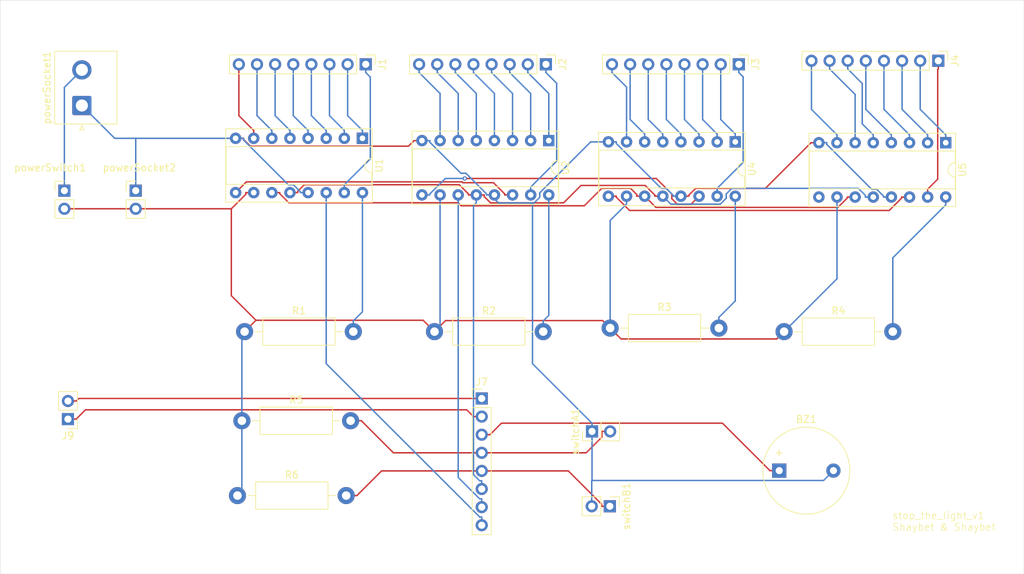
<source format=kicad_pcb>
(kicad_pcb (version 20240108) (generator "pcbnew") (generator_version "8.0")
  (layers (0 "F.Cu" signal) (31 "B.Cu" signal) (34 "B.Paste" user) (35 "F.Paste" user) (36 "B.SilkS" user "B.Silkscreen") (37 "F.SilkS" user "F.Silkscreen") (38 "B.Mask" user) (39 "F.Mask" user) (44 "Edge.Cuts" user))
  (net 0 "")
  (net 1 "Net-(BZ1-+)")
  (net 2 "GND")
  (net 3 "Net-(J1-Pin_8)")
  (net 4 "Net-(J1-Pin_7)")
  (net 5 "Net-(J1-Pin_2)")
  (net 6 "Net-(J1-Pin_1)")
  (net 7 "Net-(J1-Pin_3)")
  (net 8 "Net-(J1-Pin_5)")
  (net 9 "Net-(J1-Pin_4)")
  (net 10 "Net-(J1-Pin_6)")
  (net 11 "Net-(J2-Pin_5)")
  (net 12 "Net-(J2-Pin_2)")
  (net 13 "Net-(J2-Pin_1)")
  (net 14 "Net-(J2-Pin_3)")
  (net 15 "Net-(J2-Pin_4)")
  (net 16 "Net-(J2-Pin_6)")
  (net 17 "Net-(J2-Pin_8)")
  (net 18 "Net-(J2-Pin_7)")
  (net 19 "Net-(J3-Pin_7)")
  (net 20 "Net-(J3-Pin_5)")
  (net 21 "Net-(J3-Pin_3)")
  (net 22 "Net-(J3-Pin_2)")
  (net 23 "Net-(J3-Pin_1)")
  (net 24 "Net-(J3-Pin_8)")
  (net 25 "Net-(J3-Pin_4)")
  (net 26 "Net-(J3-Pin_6)")
  (net 27 "Net-(J4-Pin_6)")
  (net 28 "Net-(J4-Pin_2)")
  (net 29 "Net-(J4-Pin_5)")
  (net 30 "Net-(J4-Pin_7)")
  (net 31 "Net-(J4-Pin_8)")
  (net 32 "Net-(J4-Pin_1)")
  (net 33 "Net-(J4-Pin_4)")
  (net 34 "Net-(J4-Pin_3)")
  (net 35 "Net-(J7-Pin_4)")
  (net 36 "Net-(J7-Pin_1)")
  (net 37 "Net-(J7-Pin_2)")
  (net 38 "Net-(J7-Pin_8)")
  (net 39 "Net-(J7-Pin_6)")
  (net 40 "Net-(J7-Pin_7)")
  (net 41 "Net-(powerSocket1-Pin_2)")
  (net 42 "+5V")
  (net 43 "Net-(U1-VCC)")
  (net 44 "Net-(U2-VCC)")
  (net 45 "Net-(U4-VCC)")
  (net 46 "Net-(U5-VCC)")
  (net 47 "Net-(U1-QH')")
  (net 48 "Net-(U2-QH')")
  (net 49 "Net-(U4-QH')")
  (net 51 "Net-(J7-Pin_5)")
  (footprint "Resistor_THT:R_Axial_DIN0411_L9.9mm_D3.6mm_P15.24mm_Horizontal" (layer "F.Cu") (at 121.5 112)
    (property "Reference" "R3" (at 7.62 -2.92 0) (layer "F.SilkS"))
    (property "Value" "330R")
    (pad "1" thru_hole circle (at 0 0) (size 2.4 2.4) (drill 1.2) (layers "*.Cu" "*.Mask") (net 42 "+5V"))
    (pad "2" thru_hole oval (at 15.24 0) (size 2.4 2.4) (drill 1.2) (layers "*.Cu" "*.Mask") (net 45 "Net-(U4-VCC)"))
  )
  (footprint "Connector_PinHeader_2.54mm:PinHeader_1x02_P2.54mm_Vertical" (layer "F.Cu") (at 45.5 124.775 180)
    (property "Reference" "J9" (at 0 -2.33 0) (layer "F.SilkS"))
    (property "Value" "Conn_01x02")
    (pad "1" thru_hole rect (at 0 0 180) (size 1.7 1.7) (drill 1) (layers "*.Cu" "*.Mask") (net 37 "Net-(J7-Pin_2)"))
    (pad "2" thru_hole oval (at 0 2.54 180) (size 1.7 1.7) (drill 1) (layers "*.Cu" "*.Mask") (net 36 "Net-(J7-Pin_1)"))
  )
  (footprint "Connector_PinHeader_2.54mm:PinHeader_1x02_P2.54mm_Vertical" (layer "F.Cu") (at 118.96 126.5 90)
    (property "Reference" "switchA1" (at 0 -2.33 90) (layer "F.SilkS"))
    (property "Value" "Conn_01x02")
    (pad "1" thru_hole rect (at 0 0 90) (size 1.7 1.7) (drill 1) (layers "*.Cu" "*.Mask") (net 2 "GND"))
    (pad "2" thru_hole oval (at 0 2.54 90) (size 1.7 1.7) (drill 1) (layers "*.Cu" "*.Mask") (net 35 "Net-(J7-Pin_4)"))
  )
  (footprint "Package_DIP:DIP-16_W7.62mm_Socket" (layer "F.Cu") (at 168.54 86 -90)
    (property "Reference" "U5" (at 3.81 -2.33 90) (layer "F.SilkS"))
    (property "Value" "74HC595")
    (pad "1" thru_hole rect (at 0 0 270) (size 1.6 1.6) (drill 0.8) (layers "*.Cu" "*.Mask") (net 28 "Net-(J4-Pin_2)"))
    (pad "2" thru_hole oval (at 0 2.54 270) (size 1.6 1.6) (drill 0.8) (layers "*.Cu" "*.Mask") (net 34 "Net-(J4-Pin_3)"))
    (pad "3" thru_hole oval (at 0 5.08 270) (size 1.6 1.6) (drill 0.8) (layers "*.Cu" "*.Mask") (net 33 "Net-(J4-Pin_4)"))
    (pad "4" thru_hole oval (at 0 7.62 270) (size 1.6 1.6) (drill 0.8) (layers "*.Cu" "*.Mask") (net 29 "Net-(J4-Pin_5)"))
    (pad "5" thru_hole oval (at 0 10.16 270) (size 1.6 1.6) (drill 0.8) (layers "*.Cu" "*.Mask") (net 27 "Net-(J4-Pin_6)"))
    (pad "6" thru_hole oval (at 0 12.7 270) (size 1.6 1.6) (drill 0.8) (layers "*.Cu" "*.Mask") (net 30 "Net-(J4-Pin_7)"))
    (pad "7" thru_hole oval (at 0 15.24 270) (size 1.6 1.6) (drill 0.8) (layers "*.Cu" "*.Mask") (net 31 "Net-(J4-Pin_8)"))
    (pad "8" thru_hole oval (at 0 17.78 270) (size 1.6 1.6) (drill 0.8) (layers "*.Cu" "*.Mask") (net 2 "GND"))
    (pad "9" thru_hole oval (at 7.62 17.78 270) (size 1.6 1.6) (drill 0.8) (layers "*.Cu" "*.Mask"))
    (pad "10" thru_hole oval (at 7.62 15.24 270) (size 1.6 1.6) (drill 0.8) (layers "*.Cu" "*.Mask") (net 42 "+5V"))
    (pad "11" thru_hole oval (at 7.62 12.7 270) (size 1.6 1.6) (drill 0.8) (layers "*.Cu" "*.Mask") (net 40 "Net-(J7-Pin_7)"))
    (pad "12" thru_hole oval (at 7.62 10.16 270) (size 1.6 1.6) (drill 0.8) (layers "*.Cu" "*.Mask") (net 39 "Net-(J7-Pin_6)"))
    (pad "13" thru_hole oval (at 7.62 7.62 270) (size 1.6 1.6) (drill 0.8) (layers "*.Cu" "*.Mask") (net 2 "GND"))
    (pad "14" thru_hole oval (at 7.62 5.08 270) (size 1.6 1.6) (drill 0.8) (layers "*.Cu" "*.Mask") (net 49 "Net-(U4-QH')"))
    (pad "15" thru_hole oval (at 7.62 2.54 270) (size 1.6 1.6) (drill 0.8) (layers "*.Cu" "*.Mask") (net 32 "Net-(J4-Pin_1)"))
    (pad "16" thru_hole oval (at 7.62 0 270) (size 1.6 1.6) (drill 0.8) (layers "*.Cu" "*.Mask") (net 46 "Net-(U5-VCC)"))
  )
  (footprint "Connector_PinHeader_2.54mm:PinHeader_1x02_P2.54mm_Vertical" (layer "F.Cu") (at 121.46 137 -90)
    (property "Reference" "switchB1" (at 0 -2.33 90) (layer "F.SilkS"))
    (property "Value" "Conn_01x02")
    (pad "1" thru_hole rect (at 0 0 270) (size 1.7 1.7) (drill 1) (layers "*.Cu" "*.Mask") (net 51 "Net-(J7-Pin_5)"))
    (pad "2" thru_hole oval (at 0 2.54 270) (size 1.7 1.7) (drill 1) (layers "*.Cu" "*.Mask") (net 2 "GND"))
  )
  (footprint "Resistor_THT:R_Axial_DIN0411_L9.9mm_D3.6mm_P15.24mm_Horizontal" (layer "F.Cu") (at 69.88 125)
    (property "Reference" "R5" (at 7.62 -2.92 0) (layer "F.SilkS"))
    (property "Value" "10M R")
    (pad "1" thru_hole circle (at 0 0) (size 2.4 2.4) (drill 1.2) (layers "*.Cu" "*.Mask") (net 42 "+5V"))
    (pad "2" thru_hole oval (at 15.24 0) (size 2.4 2.4) (drill 1.2) (layers "*.Cu" "*.Mask") (net 35 "Net-(J7-Pin_4)"))
  )
  (footprint "Connector_PinHeader_2.54mm:PinHeader_1x08_P2.54mm_Vertical" (layer "F.Cu") (at 167.5 74.5 -90)
    (property "Reference" "J4" (at 0 -2.33 90) (layer "F.SilkS"))
    (property "Value" "Conn_01x08")
    (pad "1" thru_hole rect (at 0 0 270) (size 1.7 1.7) (drill 1) (layers "*.Cu" "*.Mask") (net 32 "Net-(J4-Pin_1)"))
    (pad "2" thru_hole oval (at 0 2.54 270) (size 1.7 1.7) (drill 1) (layers "*.Cu" "*.Mask") (net 28 "Net-(J4-Pin_2)"))
    (pad "3" thru_hole oval (at 0 5.08 270) (size 1.7 1.7) (drill 1) (layers "*.Cu" "*.Mask") (net 34 "Net-(J4-Pin_3)"))
    (pad "4" thru_hole oval (at 0 7.62 270) (size 1.7 1.7) (drill 1) (layers "*.Cu" "*.Mask") (net 33 "Net-(J4-Pin_4)"))
    (pad "5" thru_hole oval (at 0 10.16 270) (size 1.7 1.7) (drill 1) (layers "*.Cu" "*.Mask") (net 29 "Net-(J4-Pin_5)"))
    (pad "6" thru_hole oval (at 0 12.7 270) (size 1.7 1.7) (drill 1) (layers "*.Cu" "*.Mask") (net 27 "Net-(J4-Pin_6)"))
    (pad "7" thru_hole oval (at 0 15.24 270) (size 1.7 1.7) (drill 1) (layers "*.Cu" "*.Mask") (net 30 "Net-(J4-Pin_7)"))
    (pad "8" thru_hole oval (at 0 17.78 270) (size 1.7 1.7) (drill 1) (layers "*.Cu" "*.Mask") (net 31 "Net-(J4-Pin_8)"))
  )
  (footprint "Package_DIP:DIP-16_W7.62mm_Socket" (layer "F.Cu") (at 86.78 85.38 -90)
    (property "Reference" "U1" (at 3.81 -2.33 90) (layer "F.SilkS"))
    (property "Value" "74HC595")
    (pad "1" thru_hole rect (at 0 0 270) (size 1.6 1.6) (drill 0.8) (layers "*.Cu" "*.Mask") (net 5 "Net-(J1-Pin_2)"))
    (pad "2" thru_hole oval (at 0 2.54 270) (size 1.6 1.6) (drill 0.8) (layers "*.Cu" "*.Mask") (net 7 "Net-(J1-Pin_3)"))
    (pad "3" thru_hole oval (at 0 5.08 270) (size 1.6 1.6) (drill 0.8) (layers "*.Cu" "*.Mask") (net 9 "Net-(J1-Pin_4)"))
    (pad "4" thru_hole oval (at 0 7.62 270) (size 1.6 1.6) (drill 0.8) (layers "*.Cu" "*.Mask") (net 8 "Net-(J1-Pin_5)"))
    (pad "5" thru_hole oval (at 0 10.16 270) (size 1.6 1.6) (drill 0.8) (layers "*.Cu" "*.Mask") (net 10 "Net-(J1-Pin_6)"))
    (pad "6" thru_hole oval (at 0 12.7 270) (size 1.6 1.6) (drill 0.8) (layers "*.Cu" "*.Mask") (net 4 "Net-(J1-Pin_7)"))
    (pad "7" thru_hole oval (at 0 15.24 270) (size 1.6 1.6) (drill 0.8) (layers "*.Cu" "*.Mask") (net 3 "Net-(J1-Pin_8)"))
    (pad "8" thru_hole oval (at 0 17.78 270) (size 1.6 1.6) (drill 0.8) (layers "*.Cu" "*.Mask") (net 2 "GND"))
    (pad "9" thru_hole oval (at 7.62 17.78 270) (size 1.6 1.6) (drill 0.8) (layers "*.Cu" "*.Mask") (net 47 "Net-(U1-QH')"))
    (pad "10" thru_hole oval (at 7.62 15.24 270) (size 1.6 1.6) (drill 0.8) (layers "*.Cu" "*.Mask") (net 42 "+5V"))
    (pad "11" thru_hole oval (at 7.62 12.7 270) (size 1.6 1.6) (drill 0.8) (layers "*.Cu" "*.Mask") (net 40 "Net-(J7-Pin_7)"))
    (pad "12" thru_hole oval (at 7.62 10.16 270) (size 1.6 1.6) (drill 0.8) (layers "*.Cu" "*.Mask") (net 39 "Net-(J7-Pin_6)"))
    (pad "13" thru_hole oval (at 7.62 7.62 270) (size 1.6 1.6) (drill 0.8) (layers "*.Cu" "*.Mask") (net 2 "GND"))
    (pad "14" thru_hole oval (at 7.62 5.08 270) (size 1.6 1.6) (drill 0.8) (layers "*.Cu" "*.Mask") (net 38 "Net-(J7-Pin_8)"))
    (pad "15" thru_hole oval (at 7.62 2.54 270) (size 1.6 1.6) (drill 0.8) (layers "*.Cu" "*.Mask") (net 6 "Net-(J1-Pin_1)"))
    (pad "16" thru_hole oval (at 7.62 0 270) (size 1.6 1.6) (drill 0.8) (layers "*.Cu" "*.Mask") (net 43 "Net-(U1-VCC)"))
  )
  (footprint "Package_DIP:DIP-16_W7.62mm_Socket" (layer "F.Cu") (at 139.04 85.88 -90)
    (property "Reference" "U4" (at 3.81 -2.33 90) (layer "F.SilkS"))
    (property "Value" "74HC595")
    (pad "1" thru_hole rect (at 0 0 270) (size 1.6 1.6) (drill 0.8) (layers "*.Cu" "*.Mask") (net 22 "Net-(J3-Pin_2)"))
    (pad "2" thru_hole oval (at 0 2.54 270) (size 1.6 1.6) (drill 0.8) (layers "*.Cu" "*.Mask") (net 21 "Net-(J3-Pin_3)"))
    (pad "3" thru_hole oval (at 0 5.08 270) (size 1.6 1.6) (drill 0.8) (layers "*.Cu" "*.Mask") (net 25 "Net-(J3-Pin_4)"))
    (pad "4" thru_hole oval (at 0 7.62 270) (size 1.6 1.6) (drill 0.8) (layers "*.Cu" "*.Mask") (net 20 "Net-(J3-Pin_5)"))
    (pad "5" thru_hole oval (at 0 10.16 270) (size 1.6 1.6) (drill 0.8) (layers "*.Cu" "*.Mask") (net 26 "Net-(J3-Pin_6)"))
    (pad "6" thru_hole oval (at 0 12.7 270) (size 1.6 1.6) (drill 0.8) (layers "*.Cu" "*.Mask") (net 19 "Net-(J3-Pin_7)"))
    (pad "7" thru_hole oval (at 0 15.24 270) (size 1.6 1.6) (drill 0.8) (layers "*.Cu" "*.Mask") (net 24 "Net-(J3-Pin_8)"))
    (pad "8" thru_hole oval (at 0 17.78 270) (size 1.6 1.6) (drill 0.8) (layers "*.Cu" "*.Mask") (net 2 "GND"))
    (pad "9" thru_hole oval (at 7.62 17.78 270) (size 1.6 1.6) (drill 0.8) (layers "*.Cu" "*.Mask") (net 49 "Net-(U4-QH')"))
    (pad "10" thru_hole oval (at 7.62 15.24 270) (size 1.6 1.6) (drill 0.8) (layers "*.Cu" "*.Mask") (net 42 "+5V"))
    (pad "11" thru_hole oval (at 7.62 12.7 270) (size 1.6 1.6) (drill 0.8) (layers "*.Cu" "*.Mask") (net 40 "Net-(J7-Pin_7)"))
    (pad "12" thru_hole oval (at 7.62 10.16 270) (size 1.6 1.6) (drill 0.8) (layers "*.Cu" "*.Mask") (net 39 "Net-(J7-Pin_6)"))
    (pad "13" thru_hole oval (at 7.62 7.62 270) (size 1.6 1.6) (drill 0.8) (layers "*.Cu" "*.Mask") (net 2 "GND"))
    (pad "14" thru_hole oval (at 7.62 5.08 270) (size 1.6 1.6) (drill 0.8) (layers "*.Cu" "*.Mask") (net 48 "Net-(U2-QH')"))
    (pad "15" thru_hole oval (at 7.62 2.54 270) (size 1.6 1.6) (drill 0.8) (layers "*.Cu" "*.Mask") (net 23 "Net-(J3-Pin_1)"))
    (pad "16" thru_hole oval (at 7.62 0 270) (size 1.6 1.6) (drill 0.8) (layers "*.Cu" "*.Mask") (net 45 "Net-(U4-VCC)"))
  )
  (footprint "Package_DIP:DIP-16_W7.62mm_Socket" (layer "F.Cu") (at 112.9 85.7 -90)
    (property "Reference" "U2" (at 3.81 -2.33 90) (layer "F.SilkS"))
    (property "Value" "74HC595")
    (pad "1" thru_hole rect (at 0 0 270) (size 1.6 1.6) (drill 0.8) (layers "*.Cu" "*.Mask") (net 12 "Net-(J2-Pin_2)"))
    (pad "2" thru_hole oval (at 0 2.54 270) (size 1.6 1.6) (drill 0.8) (layers "*.Cu" "*.Mask") (net 14 "Net-(J2-Pin_3)"))
    (pad "3" thru_hole oval (at 0 5.08 270) (size 1.6 1.6) (drill 0.8) (layers "*.Cu" "*.Mask") (net 15 "Net-(J2-Pin_4)"))
    (pad "4" thru_hole oval (at 0 7.62 270) (size 1.6 1.6) (drill 0.8) (layers "*.Cu" "*.Mask") (net 11 "Net-(J2-Pin_5)"))
    (pad "5" thru_hole oval (at 0 10.16 270) (size 1.6 1.6) (drill 0.8) (layers "*.Cu" "*.Mask") (net 16 "Net-(J2-Pin_6)"))
    (pad "6" thru_hole oval (at 0 12.7 270) (size 1.6 1.6) (drill 0.8) (layers "*.Cu" "*.Mask") (net 18 "Net-(J2-Pin_7)"))
    (pad "7" thru_hole oval (at 0 15.24 270) (size 1.6 1.6) (drill 0.8) (layers "*.Cu" "*.Mask") (net 17 "Net-(J2-Pin_8)"))
    (pad "8" thru_hole oval (at 0 17.78 270) (size 1.6 1.6) (drill 0.8) (layers "*.Cu" "*.Mask") (net 2 "GND"))
    (pad "9" thru_hole oval (at 7.62 17.78 270) (size 1.6 1.6) (drill 0.8) (layers "*.Cu" "*.Mask") (net 48 "Net-(U2-QH')"))
    (pad "10" thru_hole oval (at 7.62 15.24 270) (size 1.6 1.6) (drill 0.8) (layers "*.Cu" "*.Mask") (net 42 "+5V"))
    (pad "11" thru_hole oval (at 7.62 12.7 270) (size 1.6 1.6) (drill 0.8) (layers "*.Cu" "*.Mask") (net 40 "Net-(J7-Pin_7)"))
    (pad "12" thru_hole oval (at 7.62 10.16 270) (size 1.6 1.6) (drill 0.8) (layers "*.Cu" "*.Mask") (net 39 "Net-(J7-Pin_6)"))
    (pad "13" thru_hole oval (at 7.62 7.62 270) (size 1.6 1.6) (drill 0.8) (layers "*.Cu" "*.Mask") (net 2 "GND"))
    (pad "14" thru_hole oval (at 7.62 5.08 270) (size 1.6 1.6) (drill 0.8) (layers "*.Cu" "*.Mask") (net 47 "Net-(U1-QH')"))
    (pad "15" thru_hole oval (at 7.62 2.54 270) (size 1.6 1.6) (drill 0.8) (layers "*.Cu" "*.Mask") (net 13 "Net-(J2-Pin_1)"))
    (pad "16" thru_hole oval (at 7.62 0 270) (size 1.6 1.6) (drill 0.8) (layers "*.Cu" "*.Mask") (net 44 "Net-(U2-VCC)"))
  )
  (footprint "Connector_PinHeader_2.54mm:PinHeader_1x08_P2.54mm_Vertical" (layer "F.Cu") (at 87.24 75 -90)
    (property "Reference" "J1" (at 0 -2.33 90) (layer "F.SilkS"))
    (property "Value" "Conn_01x08")
    (pad "1" thru_hole rect (at 0 0 270) (size 1.7 1.7) (drill 1) (layers "*.Cu" "*.Mask") (net 6 "Net-(J1-Pin_1)"))
    (pad "2" thru_hole oval (at 0 2.54 270) (size 1.7 1.7) (drill 1) (layers "*.Cu" "*.Mask") (net 5 "Net-(J1-Pin_2)"))
    (pad "3" thru_hole oval (at 0 5.08 270) (size 1.7 1.7) (drill 1) (layers "*.Cu" "*.Mask") (net 7 "Net-(J1-Pin_3)"))
    (pad "4" thru_hole oval (at 0 7.62 270) (size 1.7 1.7) (drill 1) (layers "*.Cu" "*.Mask") (net 9 "Net-(J1-Pin_4)"))
    (pad "5" thru_hole oval (at 0 10.16 270) (size 1.7 1.7) (drill 1) (layers "*.Cu" "*.Mask") (net 8 "Net-(J1-Pin_5)"))
    (pad "6" thru_hole oval (at 0 12.7 270) (size 1.7 1.7) (drill 1) (layers "*.Cu" "*.Mask") (net 10 "Net-(J1-Pin_6)"))
    (pad "7" thru_hole oval (at 0 15.24 270) (size 1.7 1.7) (drill 1) (layers "*.Cu" "*.Mask") (net 4 "Net-(J1-Pin_7)"))
    (pad "8" thru_hole oval (at 0 17.78 270) (size 1.7 1.7) (drill 1) (layers "*.Cu" "*.Mask") (net 3 "Net-(J1-Pin_8)"))
  )
  (footprint "Resistor_THT:R_Axial_DIN0411_L9.9mm_D3.6mm_P15.24mm_Horizontal" (layer "F.Cu") (at 69.26 135.5)
    (property "Reference" "R6" (at 7.62 -2.92 0) (layer "F.SilkS"))
    (property "Value" "10M R")
    (pad "1" thru_hole circle (at 0 0) (size 2.4 2.4) (drill 1.2) (layers "*.Cu" "*.Mask") (net 42 "+5V"))
    (pad "2" thru_hole oval (at 15.24 0) (size 2.4 2.4) (drill 1.2) (layers "*.Cu" "*.Mask") (net 51 "Net-(J7-Pin_5)"))
  )
  (footprint "Resistor_THT:R_Axial_DIN0411_L9.9mm_D3.6mm_P15.24mm_Horizontal" (layer "F.Cu") (at 96.88 112.5)
    (property "Reference" "R2" (at 7.62 -2.92 0) (layer "F.SilkS"))
    (property "Value" "330R")
    (pad "1" thru_hole circle (at 0 0) (size 2.4 2.4) (drill 1.2) (layers "*.Cu" "*.Mask") (net 42 "+5V"))
    (pad "2" thru_hole oval (at 15.24 0) (size 2.4 2.4) (drill 1.2) (layers "*.Cu" "*.Mask") (net 44 "Net-(U2-VCC)"))
  )
  (footprint "Connector_PinHeader_2.54mm:PinHeader_1x02_P2.54mm_Vertical" (layer "F.Cu") (at 55 92.725)
    (property "Reference" "powerSocket2" (at 0.5 -3.225 0) (layer "F.SilkS"))
    (property "Value" "Conn_01x02")
    (pad "1" thru_hole rect (at 0 0) (size 1.7 1.7) (drill 1) (layers "*.Cu" "*.Mask") (net 2 "GND"))
    (pad "2" thru_hole oval (at 0 2.54) (size 1.7 1.7) (drill 1) (layers "*.Cu" "*.Mask") (net 42 "+5V"))
  )
  (footprint "Connector_PinHeader_2.54mm:PinHeader_1x08_P2.54mm_Vertical" (layer "F.Cu") (at 112.5 75 -90)
    (property "Reference" "J2" (at 0 -2.33 90) (layer "F.SilkS"))
    (property "Value" "Conn_01x08")
    (pad "1" thru_hole rect (at 0 0 270) (size 1.7 1.7) (drill 1) (layers "*.Cu" "*.Mask") (net 13 "Net-(J2-Pin_1)"))
    (pad "2" thru_hole oval (at 0 2.54 270) (size 1.7 1.7) (drill 1) (layers "*.Cu" "*.Mask") (net 12 "Net-(J2-Pin_2)"))
    (pad "3" thru_hole oval (at 0 5.08 270) (size 1.7 1.7) (drill 1) (layers "*.Cu" "*.Mask") (net 14 "Net-(J2-Pin_3)"))
    (pad "4" thru_hole oval (at 0 7.62 270) (size 1.7 1.7) (drill 1) (layers "*.Cu" "*.Mask") (net 15 "Net-(J2-Pin_4)"))
    (pad "5" thru_hole oval (at 0 10.16 270) (size 1.7 1.7) (drill 1) (layers "*.Cu" "*.Mask") (net 11 "Net-(J2-Pin_5)"))
    (pad "6" thru_hole oval (at 0 12.7 270) (size 1.7 1.7) (drill 1) (layers "*.Cu" "*.Mask") (net 16 "Net-(J2-Pin_6)"))
    (pad "7" thru_hole oval (at 0 15.24 270) (size 1.7 1.7) (drill 1) (layers "*.Cu" "*.Mask") (net 18 "Net-(J2-Pin_7)"))
    (pad "8" thru_hole oval (at 0 17.78 270) (size 1.7 1.7) (drill 1) (layers "*.Cu" "*.Mask") (net 17 "Net-(J2-Pin_8)"))
  )
  (footprint "Resistor_THT:R_Axial_DIN0411_L9.9mm_D3.6mm_P15.24mm_Horizontal" (layer "F.Cu") (at 145.88 112.5)
    (property "Reference" "R4" (at 7.62 -2.92 0) (layer "F.SilkS"))
    (property "Value" "330R")
    (pad "1" thru_hole circle (at 0 0) (size 2.4 2.4) (drill 1.2) (layers "*.Cu" "*.Mask") (net 42 "+5V"))
    (pad "2" thru_hole oval (at 15.24 0) (size 2.4 2.4) (drill 1.2) (layers "*.Cu" "*.Mask") (net 46 "Net-(U5-VCC)"))
  )
  (footprint "Buzzer_Beeper:Buzzer_12x9.5RM7.6" (layer "F.Cu") (at 145.2 132)
    (property "Reference" "BZ1" (at 3.8 -7.2 0) (layer "F.SilkS"))
    (property "Value" "Buzzer")
    (fp_text user "+" (at -0.01 -2.54 0) (layer "F.SilkS"))
    (pad "1" thru_hole rect (at 0 0) (size 2 2) (drill 1) (layers "*.Cu" "*.Mask") (net 1 "Net-(BZ1-+)"))
    (pad "2" thru_hole circle (at 7.6 0) (size 2 2) (drill 1) (layers "*.Cu" "*.Mask") (net 2 "GND"))
  )
  (footprint "Connector_PinHeader_2.54mm:PinHeader_1x08_P2.54mm_Vertical" (layer "F.Cu") (at 103.5 121.88)
    (property "Reference" "J7" (at 0 -2.33 0) (layer "F.SilkS"))
    (property "Value" "Conn_01x08")
    (pad "1" thru_hole rect (at 0 0) (size 1.7 1.7) (drill 1) (layers "*.Cu" "*.Mask") (net 36 "Net-(J7-Pin_1)"))
    (pad "2" thru_hole oval (at 0 2.54) (size 1.7 1.7) (drill 1) (layers "*.Cu" "*.Mask") (net 37 "Net-(J7-Pin_2)"))
    (pad "3" thru_hole oval (at 0 5.08) (size 1.7 1.7) (drill 1) (layers "*.Cu" "*.Mask") (net 1 "Net-(BZ1-+)"))
    (pad "4" thru_hole oval (at 0 7.62) (size 1.7 1.7) (drill 1) (layers "*.Cu" "*.Mask") (net 35 "Net-(J7-Pin_4)"))
    (pad "5" thru_hole oval (at 0 10.16) (size 1.7 1.7) (drill 1) (layers "*.Cu" "*.Mask") (net 51 "Net-(J7-Pin_5)"))
    (pad "6" thru_hole oval (at 0 12.7) (size 1.7 1.7) (drill 1) (layers "*.Cu" "*.Mask") (net 39 "Net-(J7-Pin_6)"))
    (pad "7" thru_hole oval (at 0 15.24) (size 1.7 1.7) (drill 1) (layers "*.Cu" "*.Mask") (net 40 "Net-(J7-Pin_7)"))
    (pad "8" thru_hole oval (at 0 17.78) (size 1.7 1.7) (drill 1) (layers "*.Cu" "*.Mask") (net 38 "Net-(J7-Pin_8)"))
  )
  (footprint "Connector_PinHeader_2.54mm:PinHeader_1x08_P2.54mm_Vertical" (layer "F.Cu") (at 139.54 75 -90)
    (property "Reference" "J3" (at 0 -2.33 90) (layer "F.SilkS"))
    (property "Value" "Conn_01x08")
    (pad "1" thru_hole rect (at 0 0 270) (size 1.7 1.7) (drill 1) (layers "*.Cu" "*.Mask") (net 23 "Net-(J3-Pin_1)"))
    (pad "2" thru_hole oval (at 0 2.54 270) (size 1.7 1.7) (drill 1) (layers "*.Cu" "*.Mask") (net 22 "Net-(J3-Pin_2)"))
    (pad "3" thru_hole oval (at 0 5.08 270) (size 1.7 1.7) (drill 1) (layers "*.Cu" "*.Mask") (net 21 "Net-(J3-Pin_3)"))
    (pad "4" thru_hole oval (at 0 7.62 270) (size 1.7 1.7) (drill 1) (layers "*.Cu" "*.Mask") (net 25 "Net-(J3-Pin_4)"))
    (pad "5" thru_hole oval (at 0 10.16 270) (size 1.7 1.7) (drill 1) (layers "*.Cu" "*.Mask") (net 20 "Net-(J3-Pin_5)"))
    (pad "6" thru_hole oval (at 0 12.7 270) (size 1.7 1.7) (drill 1) (layers "*.Cu" "*.Mask") (net 26 "Net-(J3-Pin_6)"))
    (pad "7" thru_hole oval (at 0 15.24 270) (size 1.7 1.7) (drill 1) (layers "*.Cu" "*.Mask") (net 19 "Net-(J3-Pin_7)"))
    (pad "8" thru_hole oval (at 0 17.78 270) (size 1.7 1.7) (drill 1) (layers "*.Cu" "*.Mask") (net 24 "Net-(J3-Pin_8)"))
  )
  (footprint "Resistor_THT:R_Axial_DIN0411_L9.9mm_D3.6mm_P15.24mm_Horizontal" (layer "F.Cu") (at 70.26 112.5)
    (property "Reference" "R1" (at 7.62 -2.92 0) (layer "F.SilkS"))
    (property "Value" "330R")
    (pad "1" thru_hole circle (at 0 0) (size 2.4 2.4) (drill 1.2) (layers "*.Cu" "*.Mask") (net 42 "+5V"))
    (pad "2" thru_hole oval (at 15.24 0) (size 2.4 2.4) (drill 1.2) (layers "*.Cu" "*.Mask") (net 43 "Net-(U1-VCC)"))
  )
  (footprint "Connector_JST:JST_NV_B02P-NV_1x02_P5.00mm_Vertical" (layer "F.Cu") (at 47.45 80.7775 90)
    (property "Reference" "powerSocket1" (at 2.5 -4.9 90) (layer "F.SilkS"))
    (property "Value" "Conn_01x02")
    (pad "1" thru_hole roundrect (at 0 0 90) (size 2.7 2.7) (drill 1.7) (layers "*.Cu" "*.Mask") (roundrect_rratio 0.092593) (net 2 "GND"))
    (pad "2" thru_hole circle (at 5 0 90) (size 2.7 2.7) (drill 1.7) (layers "*.Cu" "*.Mask") (net 41 "Net-(powerSocket1-Pin_2)"))
  )
  (footprint "Connector_PinHeader_2.54mm:PinHeader_1x02_P2.54mm_Vertical" (layer "F.Cu") (at 45 92.725)
    (property "Reference" "powerSwitch1" (at -2 -3.225 0) (layer "F.SilkS"))
    (property "Value" "Conn_01x02")
    (pad "1" thru_hole rect (at 0 0) (size 1.7 1.7) (drill 1) (layers "*.Cu" "*.Mask") (net 41 "Net-(powerSocket1-Pin_2)"))
    (pad "2" thru_hole oval (at 0 2.54) (size 1.7 1.7) (drill 1) (layers "*.Cu" "*.Mask") (net 42 "+5V"))
  )
  (gr_rect (start 36 66) (end 179.5 146.5) (stroke (width 0.05)) (fill none) (layer "Edge.Cuts"))
  (gr_text "stop_the_light_v1\nShaybet & Shaybet" (at 161 140.5 0) (layer "F.SilkS") (effects (font (size 1 1) (thickness 0.1)) (justify left bottom)))
  (segment (start 104.6517 126.96) (end 106.2662 125.3455) (width 0.2) (layer "F.Cu") (net 1))
  (segment (start 103.5 126.96) (end 104.6517 126.96) (width 0.2) (layer "F.Cu") (net 1))
  (segment (start 106.2662 125.3455) (end 137.2438 125.3455) (width 0.2) (layer "F.Cu") (net 1))
  (segment (start 137.2438 125.3455) (end 143.8983 132) (width 0.2) (layer "F.Cu") (net 1))
  (segment (start 145.2 132) (end 143.8983 132) (width 0.2) (layer "F.Cu") (net 1))
  (segment (start 69 85.38) (end 70.1017 85.38) (width 0.2) (layer "F.Cu") (net 2))
  (segment (start 131.42 93.5) (end 132.5217 93.5) (width 0.2) (layer "F.Cu") (net 2))
  (segment (start 70.1017 85.38) (end 70.1017 85.5178) (width 0.2) (layer "F.Cu") (net 2))
  (segment (start 133.4856 92.3983) (end 143.26 92.3983) (width 0.2) (layer "F.Cu") (net 2))
  (segment (start 143.26 92.3983) (end 149.6583 86) (width 0.2) (layer "F.Cu") (net 2))
  (segment (start 132.5217 93.5) (end 132.5217 93.3622) (width 0.2) (layer "F.Cu") (net 2))
  (segment (start 70.1017 85.5178) (end 71.0656 86.4817) (width 0.2) (layer "F.Cu") (net 2))
  (segment (start 95.12 85.7) (end 94.0183 85.7) (width 0.2) (layer "F.Cu") (net 2))
  (segment (start 132.5217 93.3622) (end 133.4856 92.3983) (width 0.2) (layer "F.Cu") (net 2))
  (segment (start 150.76 86) (end 149.6583 86) (width 0.2) (layer "F.Cu") (net 2))
  (segment (start 71.0656 86.4817) (end 93.2366 86.4817) (width 0.2) (layer "F.Cu") (net 2))
  (segment (start 93.2366 86.4817) (end 94.0183 85.7) (width 0.2) (layer "F.Cu") (net 2))
  (segment (start 78.0583 92.8622) (end 77.0944 91.8983) (width 0.2) (layer "B.Cu") (net 2))
  (segment (start 118.96 133.3828) (end 118.96 127.6517) (width 0.2) (layer "B.Cu") (net 2))
  (segment (start 130.3183 93.5) (end 130.3183 93.3622) (width 0.2) (layer "B.Cu") (net 2))
  (segment (start 131.42 93.5) (end 130.3183 93.5) (width 0.2) (layer "B.Cu") (net 2))
  (segment (start 52.0525 85.38) (end 55 85.38) (width 0.2) (layer "B.Cu") (net 2))
  (segment (start 69 85.38) (end 67.8983 85.38) (width 0.2) (layer "B.Cu") (net 2))
  (segment (start 111.6299 93.6577) (end 111.6299 93.0259) (width 0.2) (layer "B.Cu") (net 2))
  (segment (start 151.8617 86.2283) (end 151.8617 86) (width 0.2) (layer "B.Cu") (net 2))
  (segment (start 105.8614 94.4522) (end 110.6168 94.4522) (width 0.2) (layer "B.Cu") (net 2))
  (segment (start 121.26 85.88) (end 122.3617 85.88) (width 0.2) (layer "B.Cu") (net 2))
  (segment (start 77.0944 91.8983) (end 76.3917 91.8983) (width 0.2) (layer "B.Cu") (net 2))
  (segment (start 118.96 127.0758) (end 118.96 126.5) (width 0.2) (layer "B.Cu") (net 2))
  (segment (start 104.7292 93.32) (end 104.1783 93.32) (width 0.2) (layer "B.Cu") (net 2))
  (segment (start 159.8183 93.4822) (end 158.8544 92.5183) (width 0.2) (layer "B.Cu") (net 2))
  (segment (start 118.92 137) (end 118.92 133.4228) (width 0.2) (layer "B.Cu") (net 2))
  (segment (start 95.12 85.7) (end 96.2217 85.7) (width 0.2) (layer "B.Cu") (net 2))
  (segment (start 118.7758 85.88) (end 121.26 85.88) (width 0.2) (layer "B.Cu") (net 2))
  (segment (start 130.3183 93.3622) (end 129.3544 92.3983) (width 0.2) (layer "B.Cu") (net 2))
  (segment (start 118.96 127.0758) (end 118.96 127.6517) (width 0.2) (layer "B.Cu") (net 2))
  (segment (start 69 85.38) (end 70.1017 85.38) (width 0.2) (layer "B.Cu") (net 2))
  (segment (start 150.76 86) (end 151.8617 86) (width 0.2) (layer "B.Cu") (net 2))
  (segment (start 96.2217 85.9283) (end 96.2217 85.7) (width 0.2) (layer "B.Cu") (net 2))
  (segment (start 110.8354 94.4522) (end 111.6299 93.6577) (width 0.2) (layer "B.Cu") (net 2))
  (segment (start 47.45 80.7775) (end 52.0525 85.38) (width 0.2) (layer "B.Cu") (net 2))
  (segment (start 158.8544 92.5183) (end 158.1517 92.5183) (width 0.2) (layer "B.Cu") (net 2))
  (segment (start 76.3917 91.8983) (end 70.1017 85.6083) (width 0.2) (layer "B.Cu") (net 2))
  (segment (start 118.92 133.4228) (end 118.96 133.3828) (width 0.2) (layer "B.Cu") (net 2))
  (segment (start 55 85.38) (end 55 92.725) (width 0.2) (layer "B.Cu") (net 2))
  (segment (start 160.92 93.62) (end 159.8183 93.62) (width 0.2) (layer "B.Cu") (net 2))
  (segment (start 101.2797 90.2836) (end 100.577 90.2836) (width 0.2) (layer "B.Cu") (net 2))
  (segment (start 110.6168 94.4522) (end 110.8354 94.4522) (width 0.2) (layer "B.Cu") (net 2))
  (segment (start 118.96 125.3483) (end 110.6168 117.0051) (width 0.2) (layer "B.Cu") (net 2))
  (segment (start 118.96 126.5) (end 118.96 125.3483) (width 0.2) (layer "B.Cu") (net 2))
  (segment (start 100.577 90.2836) (end 96.2217 85.9283) (width 0.2) (layer "B.Cu") (net 2))
  (segment (start 111.6299 93.0259) (end 118.7758 85.88) (width 0.2) (layer "B.Cu") (net 2))
  (segment (start 158.1517 92.5183) (end 151.8617 86.2283) (width 0.2) (layer "B.Cu") (net 2))
  (segment (start 110.6168 117.0051) (end 110.6168 94.4522) (width 0.2) (layer "B.Cu") (net 2))
  (segment (start 159.8183 93.62) (end 159.8183 93.4822) (width 0.2) (layer "B.Cu") (net 2))
  (segment (start 129.3544 92.3983) (end 128.6517 92.3983) (width 0.2) (layer "B.Cu") (net 2))
  (segment (start 78.0583 93) (end 78.0583 92.8622) (width 0.2) (layer "B.Cu") (net 2))
  (segment (start 104.1783 93.1822) (end 101.2797 90.2836) (width 0.2) (layer "B.Cu") (net 2))
  (segment (start 122.3617 86.1083) (end 122.3617 85.88) (width 0.2) (layer "B.Cu") (net 2))
  (segment (start 55 85.38) (end 67.8983 85.38) (width 0.2) (layer "B.Cu") (net 2))
  (segment (start 118.96 133.3828) (end 151.4172 133.3828) (width 0.2) (layer "B.Cu") (net 2))
  (segment (start 79.16 93) (end 78.0583 93) (width 0.2) (layer "B.Cu") (net 2))
  (segment (start 104.1783 93.32) (end 104.1783 93.1822) (width 0.2) (layer "B.Cu") (net 2))
  (segment (start 105.28 93.32) (end 104.7292 93.32) (width 0.2) (layer "B.Cu") (net 2))
  (segment (start 128.6517 92.3983) (end 122.3617 86.1083) (width 0.2) (layer "B.Cu") (net 2))
  (segment (start 151.4172 133.3828) (end 152.8 132) (width 0.2) (layer "B.Cu") (net 2))
  (segment (start 70.1017 85.6083) (end 70.1017 85.38) (width 0.2) (layer "B.Cu") (net 2))
  (segment (start 104.7292 93.32) (end 105.8614 94.4522) (width 0.2) (layer "B.Cu") (net 2))
  (segment (start 69.46 82.1983) (end 71.54 84.2783) (width 0.2) (layer "F.Cu") (net 3))
  (segment (start 71.54 85.38) (end 71.54 84.2783) (width 0.2) (layer "F.Cu") (net 3))
  (segment (start 69.46 75) (end 69.46 82.1983) (width 0.2) (layer "F.Cu") (net 3))
  (segment (start 72 75) (end 72 82.1983) (width 0.2) (layer "B.Cu") (net 4))
  (segment (start 72 82.1983) (end 74.08 84.2783) (width 0.2) (layer "B.Cu") (net 4))
  (segment (start 74.08 85.38) (end 74.08 84.2783) (width 0.2) (layer "B.Cu") (net 4))
  (segment (start 84.7 75) (end 84.7 82.1983) (width 0.2) (layer "B.Cu") (net 5))
  (segment (start 84.7 82.1983) (end 86.78 84.2783) (width 0.2) (layer "B.Cu") (net 5))
  (segment (start 86.78 85.38) (end 86.78 84.2783) (width 0.2) (layer "B.Cu") (net 5))
  (segment (start 87.8817 76.7934) (end 87.8817 88.2566) (width 0.2) (layer "B.Cu") (net 6))
  (segment (start 87.24 75) (end 87.24 76.1517) (width 0.2) (layer "B.Cu") (net 6))
  (segment (start 87.8817 88.2566) (end 84.24 91.8983) (width 0.2) (layer "B.Cu") (net 6))
  (segment (start 84.24 93) (end 84.24 91.8983) (width 0.2) (layer "B.Cu") (net 6))
  (segment (start 87.24 76.1517) (end 87.8817 76.7934) (width 0.2) (layer "B.Cu") (net 6))
  (segment (start 82.16 82.1983) (end 84.24 84.2783) (width 0.2) (layer "B.Cu") (net 7))
  (segment (start 84.24 85.38) (end 84.24 84.2783) (width 0.2) (layer "B.Cu") (net 7))
  (segment (start 82.16 75) (end 82.16 82.1983) (width 0.2) (layer "B.Cu") (net 7))
  (segment (start 79.16 85.38) (end 79.16 84.2783) (width 0.2) (layer "B.Cu") (net 8))
  (segment (start 77.08 75) (end 77.08 82.1983) (width 0.2) (layer "B.Cu") (net 8))
  (segment (start 77.08 82.1983) (end 79.16 84.2783) (width 0.2) (layer "B.Cu") (net 8))
  (segment (start 79.62 82.1983) (end 81.7 84.2783) (width 0.2) (layer "B.Cu") (net 9))
  (segment (start 79.62 75) (end 79.62 82.1983) (width 0.2) (layer "B.Cu") (net 9))
  (segment (start 81.7 85.38) (end 81.7 84.2783) (width 0.2) (layer "B.Cu") (net 9))
  (segment (start 74.54 75) (end 74.54 82.1983) (width 0.2) (layer "B.Cu") (net 10))
  (segment (start 76.62 85.38) (end 76.62 84.2783) (width 0.2) (layer "B.Cu") (net 10))
  (segment (start 74.54 82.1983) (end 76.62 84.2783) (width 0.2) (layer "B.Cu") (net 10))
  (segment (start 102.34 75) (end 102.34 76.1517) (width 0.2) (layer "B.Cu") (net 11))
  (segment (start 102.34 76.1517) (end 105.28 79.0917) (width 0.2) (layer "B.Cu") (net 11))
  (segment (start 105.28 79.0917) (end 105.28 85.7) (width 0.2) (layer "B.Cu") (net 11))
  (segment (start 109.96 75) (end 109.96 76.1517) (width 0.2) (layer "B.Cu") (net 12))
  (segment (start 109.96 76.1517) (end 112.9 79.0917) (width 0.2) (layer "B.Cu") (net 12))
  (segment (start 112.9 79.0917) (end 112.9 85.7) (width 0.2) (layer "B.Cu") (net 12))
  (segment (start 112.5 75) (end 112.5 76.1517) (width 0.2) (layer "B.Cu") (net 13))
  (segment (start 112.5 76.1517) (end 114.0017 77.6534) (width 0.2) (layer "B.Cu") (net 13))
  (segment (start 110.36 93.32) (end 110.36 92.2183) (width 0.2) (layer "B.Cu") (net 13))
  (segment (start 114.0017 77.6534) (end 114.0017 88.5766) (width 0.2) (layer "B.Cu") (net 13))
  (segment (start 114.0017 88.5766) (end 110.36 92.2183) (width 0.2) (layer "B.Cu") (net 13))
  (segment (start 107.42 76.1517) (end 110.36 79.0917) (width 0.2) (layer "B.Cu") (net 14))
  (segment (start 107.42 75) (end 107.42 76.1517) (width 0.2) (layer "B.Cu") (net 14))
  (segment (start 110.36 79.0917) (end 110.36 85.7) (width 0.2) (layer "B.Cu") (net 14))
  (segment (start 104.88 76.1517) (end 107.82 79.0917) (width 0.2) (layer "B.Cu") (net 15))
  (segment (start 104.88 75) (end 104.88 76.1517) (width 0.2) (layer "B.Cu") (net 15))
  (segment (start 107.82 79.0917) (end 107.82 85.7) (width 0.2) (layer "B.Cu") (net 15))
  (segment (start 99.8 76.1517) (end 102.74 79.0917) (width 0.2) (layer "B.Cu") (net 16))
  (segment (start 99.8 75) (end 99.8 76.1517) (width 0.2) (layer "B.Cu") (net 16))
  (segment (start 102.74 79.0917) (end 102.74 85.7) (width 0.2) (layer "B.Cu") (net 16))
  (segment (start 94.72 75) (end 94.72 76.1517) (width 0.2) (layer "B.Cu") (net 17))
  (segment (start 97.66 79.0917) (end 97.66 85.7) (width 0.2) (layer "B.Cu") (net 17))
  (segment (start 94.72 76.1517) (end 97.66 79.0917) (width 0.2) (layer "B.Cu") (net 17))
  (segment (start 97.26 75) (end 97.26 76.1517) (width 0.2) (layer "B.Cu") (net 18))
  (segment (start 97.26 76.1517) (end 100.2 79.0917) (width 0.2) (layer "B.Cu") (net 18))
  (segment (start 100.2 79.0917) (end 100.2 85.7) (width 0.2) (layer "B.Cu") (net 18))
  (segment (start 126.34 85.88) (end 126.34 84.7783) (width 0.2) (layer "B.Cu") (net 19))
  (segment (start 124.3 75) (end 124.3 82.7383) (width 0.2) (layer "B.Cu") (net 19))
  (segment (start 124.3 82.7383) (end 126.34 84.7783) (width 0.2) (layer "B.Cu") (net 19))
  (segment (start 129.38 75) (end 129.38 82.7383) (width 0.2) (layer "B.Cu") (net 20))
  (segment (start 131.42 85.88) (end 131.42 84.7783) (width 0.2) (layer "B.Cu") (net 20))
  (segment (start 129.38 82.7383) (end 131.42 84.7783) (width 0.2) (layer "B.Cu") (net 20))
  (segment (start 136.5 85.88) (end 136.5 84.7783) (width 0.2) (layer "B.Cu") (net 21))
  (segment (start 134.46 82.7383) (end 136.5 84.7783) (width 0.2) (layer "B.Cu") (net 21))
  (segment (start 134.46 75) (end 134.46 82.7383) (width 0.2) (layer "B.Cu") (net 21))
  (segment (start 137 75) (end 137 82.7383) (width 0.2) (layer "B.Cu") (net 22))
  (segment (start 137 82.7383) (end 139.04 84.7783) (width 0.2) (layer "B.Cu") (net 22))
  (segment (start 139.04 85.88) (end 139.04 84.7783) (width 0.2) (layer "B.Cu") (net 22))
  (segment (start 136.5 93.5) (end 136.5 92.3983) (width 0.2) (layer "B.Cu") (net 23))
  (segment (start 140.1417 76.7534) (end 140.1417 88.7566) (width 0.2) (layer "B.Cu") (net 23))
  (segment (start 139.54 75) (end 139.54 76.1517) (width 0.2) (layer "B.Cu") (net 23))
  (segment (start 139.54 76.1517) (end 140.1417 76.7534) (width 0.2) (layer "B.Cu") (net 23))
  (segment (start 140.1417 88.7566) (end 136.5 92.3983) (width 0.2) (layer "B.Cu") (net 23))
  (segment (start 121.76 76.1517) (end 123.8 78.1917) (width 0.2) (layer "B.Cu") (net 24))
  (segment (start 123.8 78.1917) (end 123.8 85.88) (width 0.2) (layer "B.Cu") (net 24))
  (segment (start 121.76 75) (end 121.76 76.1517) (width 0.2) (layer "B.Cu") (net 24))
  (segment (start 131.92 82.7383) (end 133.96 84.7783) (width 0.2) (layer "B.Cu") (net 25))
  (segment (start 133.96 85.88) (end 133.96 84.7783) (width 0.2) (layer "B.Cu") (net 25))
  (segment (start 131.92 75) (end 131.92 82.7383) (width 0.2) (layer "B.Cu") (net 25))
  (segment (start 128.88 85.88) (end 128.88 84.7783) (width 0.2) (layer "B.Cu") (net 26))
  (segment (start 126.84 75) (end 126.84 82.7383) (width 0.2) (layer "B.Cu") (net 26))
  (segment (start 126.84 82.7383) (end 128.88 84.7783) (width 0.2) (layer "B.Cu") (net 26))
  (segment (start 156.84 77.6917) (end 156.84 83.3583) (width 0.2) (layer "B.Cu") (net 27))
  (segment (start 154.8 74.5) (end 154.8 75.6517) (width 0.2) (layer "B.Cu") (net 27))
  (segment (start 158.38 86) (end 158.38 84.8983) (width 0.2) (layer "B.Cu") (net 27))
  (segment (start 154.8 75.6517) (end 156.84 77.6917) (width 0.2) (layer "B.Cu") (net 27))
  (segment (start 156.84 83.3583) (end 158.38 84.8983) (width 0.2) (layer "B.Cu") (net 27))
  (segment (start 168.54 86) (end 168.54 84.8983) (width 0.2) (layer "B.Cu") (net 28))
  (segment (start 164.96 74.5) (end 164.96 81.3183) (width 0.2) (layer "B.Cu") (net 28))
  (segment (start 164.96 81.3183) (end 168.54 84.8983) (width 0.2) (layer "B.Cu") (net 28))
  (segment (start 157.34 81.3183) (end 160.92 84.8983) (width 0.2) (layer "B.Cu") (net 29))
  (segment (start 160.92 86) (end 160.92 84.8983) (width 0.2) (layer "B.Cu") (net 29))
  (segment (start 157.34 74.5) (end 157.34 81.3183) (width 0.2) (layer "B.Cu") (net 29))
  (segment (start 152.26 74.5) (end 152.26 75.6517) (width 0.2) (layer "B.Cu") (net 30))
  (segment (start 155.84 79.2317) (end 155.84 86) (width 0.2) (layer "B.Cu") (net 30))
  (segment (start 152.26 75.6517) (end 155.84 79.2317) (width 0.2) (layer "B.Cu") (net 30))
  (segment (start 153.3 86) (end 153.3 84.8983) (width 0.2) (layer "B.Cu") (net 31))
  (segment (start 149.72 81.3183) (end 153.3 84.8983) (width 0.2) (layer "B.Cu") (net 31))
  (segment (start 149.72 74.5) (end 149.72 81.3183) (width 0.2) (layer "B.Cu") (net 31))
  (segment (start 167.5 75.6517) (end 167.4116 75.7401) (width 0.2) (layer "F.Cu") (net 32))
  (segment (start 167.5 74.5) (end 167.5 75.6517) (width 0.2) (layer "F.Cu") (net 32))
  (segment (start 167.4116 75.7401) (end 167.4116 91.1067) (width 0.2) (layer "F.Cu") (net 32))
  (segment (start 166 93.62) (end 166 92.5183) (width 0.2) (layer "F.Cu") (net 32))
  (segment (start 167.4116 91.1067) (end 166 92.5183) (width 0.2) (layer "F.Cu") (net 32))
  (segment (start 159.88 81.3183) (end 163.46 84.8983) (width 0.2) (layer "B.Cu") (net 33))
  (segment (start 163.46 86) (end 163.46 84.8983) (width 0.2) (layer "B.Cu") (net 33))
  (segment (start 159.88 74.5) (end 159.88 81.3183) (width 0.2) (layer "B.Cu") (net 33))
  (segment (start 162.42 81.3183) (end 166 84.8983) (width 0.2) (layer "B.Cu") (net 34))
  (segment (start 166 86) (end 166 84.8983) (width 0.2) (layer "B.Cu") (net 34))
  (segment (start 162.42 74.5) (end 162.42 81.3183) (width 0.2) (layer "B.Cu") (net 34))
  (segment (start 121.5 126.5) (end 120.3483 126.5) (width 0.2) (layer "F.Cu") (net 35))
  (segment (start 118.1401 129.5) (end 103.5 129.5) (width 0.2) (layer "F.Cu") (net 35))
  (segment (start 91.1217 129.5) (end 86.6217 125) (width 0.2) (layer "F.Cu") (net 35))
  (segment (start 85.12 125) (end 86.6217 125) (width 0.2) (layer "F.Cu") (net 35))
  (segment (start 120.3483 126.5) (end 120.3483 127.2918) (width 0.2) (layer "F.Cu") (net 35))
  (segment (start 103.5 129.5) (end 91.1217 129.5) (width 0.2) (layer "F.Cu") (net 35))
  (segment (start 120.3483 127.2918) (end 118.1401 129.5) (width 0.2) (layer "F.Cu") (net 35))
  (segment (start 45.5 122.235) (end 46.6517 122.235) (width 0.2) (layer "F.Cu") (net 36))
  (segment (start 103.5 121.88) (end 47.0067 121.88) (width 0.2) (layer "F.Cu") (net 36))
  (segment (start 47.0067 121.88) (end 46.6517 122.235) (width 0.2) (layer "F.Cu") (net 36))
  (segment (start 103.5 124.42) (end 102.3483 124.42) (width 0.2) (layer "F.Cu") (net 37))
  (segment (start 46.6517 124.775) (end 47.9621 123.4646) (width 0.2) (layer "F.Cu") (net 37))
  (segment (start 101.3929 123.4646) (end 102.3483 124.42) (width 0.2) (layer "F.Cu") (net 37))
  (segment (start 45.5 124.775) (end 46.6517 124.775) (width 0.2) (layer "F.Cu") (net 37))
  (segment (start 47.9621 123.4646) (end 101.3929 123.4646) (width 0.2) (layer "F.Cu") (net 37))
  (segment (start 103.5 139.66) (end 103.5 138.5083) (width 0.2) (layer "B.Cu") (net 38))
  (segment (start 103.2121 138.5083) (end 81.7 116.9962) (width 0.2) (layer "B.Cu") (net 38))
  (segment (start 103.5 138.5083) (end 103.2121 138.5083) (width 0.2) (layer "B.Cu") (net 38))
  (segment (start 81.7 116.9962) (end 81.7 93) (width 0.2) (layer "B.Cu") (net 38))
  (segment (start 103.8417 93.5483) (end 104.7251 94.4317) (width 0.2) (layer "F.Cu") (net 39))
  (segment (start 77.7217 93) (end 77.7217 92.7945) (width 0.2) (layer "F.Cu") (net 39))
  (segment (start 100.3447 91.8887) (end 101.6383 93.1823) (width 0.2) (layer "F.Cu") (net 39))
  (segment (start 101.6383 93.1823) (end 101.6383 93.32) (width 0.2) (layer "F.Cu") (net 39))
  (segment (start 114.9771 94.4317) (end 117.4166 91.9922) (width 0.2) (layer "F.Cu") (net 39))
  (segment (start 77.7217 92.7945) (end 78.6275 91.8887) (width 0.2) (layer "F.Cu") (net 39))
  (segment (start 127.7783 93.3623) (end 127.7783 93.5) (width 0.2) (layer "F.Cu") (net 39))
  (segment (start 102.74 93.32) (end 101.6383 93.32) (width 0.2) (layer "F.Cu") (net 39))
  (segment (start 104.7251 94.4317) (end 114.9771 94.4317) (width 0.2) (layer "F.Cu") (net 39))
  (segment (start 128.88 93.5) (end 127.7783 93.5) (width 0.2) (layer "F.Cu") (net 39))
  (segment (start 126.4082 91.9922) (end 127.7783 93.3623) (width 0.2) (layer "F.Cu") (net 39))
  (segment (start 102.74 93.32) (end 103.8417 93.32) (width 0.2) (layer "F.Cu") (net 39))
  (segment (start 76.62 93) (end 77.7217 93) (width 0.2) (layer "F.Cu") (net 39))
  (segment (start 78.6275 91.8887) (end 100.3447 91.8887) (width 0.2) (layer "F.Cu") (net 39))
  (segment (start 103.8417 93.32) (end 103.8417 93.5483) (width 0.2) (layer "F.Cu") (net 39))
  (segment (start 117.4166 91.9922) (end 126.4082 91.9922) (width 0.2) (layer "F.Cu") (net 39))
  (segment (start 157.2783 93.3917) (end 157.2783 93.62) (width 0.2) (layer "B.Cu") (net 39))
  (segment (start 103.5 133.4283) (end 103.212 133.4283) (width 0.2) (layer "B.Cu") (net 39))
  (segment (start 158.38 93.62) (end 157.2783 93.62) (width 0.2) (layer "B.Cu") (net 39))
  (segment (start 138.5607 92.3971) (end 156.2837 92.3971) (width 0.2) (layer "B.Cu") (net 39))
  (segment (start 156.2837 92.3971) (end 157.2783 93.3917) (width 0.2) (layer "B.Cu") (net 39))
  (segment (start 102.3483 94.8134) (end 102.74 94.4217) (width 0.2) (layer "B.Cu") (net 39))
  (segment (start 137.77 93.1878) (end 138.5607 92.3971) (width 0.2) (layer "B.Cu") (net 39))
  (segment (start 103.5 134.58) (end 103.5 133.4283) (width 0.2) (layer "B.Cu") (net 39))
  (segment (start 130.0006 94.6206) (end 136.9384 94.6206) (width 0.2) (layer "B.Cu") (net 39))
  (segment (start 103.212 133.4283) (end 102.3483 132.5646) (width 0.2) (layer "B.Cu") (net 39))
  (segment (start 102.3483 132.5646) (end 102.3483 94.8134) (width 0.2) (layer "B.Cu") (net 39))
  (segment (start 128.88 93.5) (end 130.0006 94.6206) (width 0.2) (layer "B.Cu") (net 39))
  (segment (start 102.74 93.32) (end 102.74 94.4217) (width 0.2) (layer "B.Cu") (net 39))
  (segment (start 136.9384 94.6206) (end 137.77 93.789) (width 0.2) (layer "B.Cu") (net 39))
  (segment (start 137.77 93.789) (end 137.77 93.1878) (width 0.2) (layer "B.Cu") (net 39))
  (segment (start 100.6232 94.8449) (end 117.8779 94.8449) (width 0.2) (layer "F.Cu") (net 40))
  (segment (start 125.2383 93.2717) (end 125.2383 93.5) (width 0.2) (layer "F.Cu") (net 40))
  (segment (start 124.3618 92.3952) (end 125.2383 93.2717) (width 0.2) (layer "F.Cu") (net 40))
  (segment (start 100.2 94.4217) (end 100.6232 94.8449) (width 0.2) (layer "F.Cu") (net 40))
  (segment (start 155.84 93.62) (end 154.7383 93.62) (width 0.2) (layer "F.Cu") (net 40))
  (segment (start 75.1817 93.1377) (end 76.4657 94.4217) (width 0.2) (layer "F.Cu") (net 40))
  (segment (start 75.1817 93) (end 75.1817 93.1377) (width 0.2) (layer "F.Cu") (net 40))
  (segment (start 127.9103 95.0703) (end 153.4257 95.0703) (width 0.2) (layer "F.Cu") (net 40))
  (segment (start 153.4257 95.0703) (end 154.7383 93.7577) (width 0.2) (layer "F.Cu") (net 40))
  (segment (start 74.08 93) (end 75.1817 93) (width 0.2) (layer "F.Cu") (net 40))
  (segment (start 76.4657 94.4217) (end 100.2 94.4217) (width 0.2) (layer "F.Cu") (net 40))
  (segment (start 117.8779 94.8449) (end 120.3276 92.3952) (width 0.2) (layer "F.Cu") (net 40))
  (segment (start 126.34 93.5) (end 127.9103 95.0703) (width 0.2) (layer "F.Cu") (net 40))
  (segment (start 100.2 93.32) (end 100.2 94.4217) (width 0.2) (layer "F.Cu") (net 40))
  (segment (start 120.3276 92.3952) (end 124.3618 92.3952) (width 0.2) (layer "F.Cu") (net 40))
  (segment (start 126.34 93.5) (end 125.2383 93.5) (width 0.2) (layer "F.Cu") (net 40))
  (segment (start 154.7383 93.7577) (end 154.7383 93.62) (width 0.2) (layer "F.Cu") (net 40))
  (segment (start 103.5 137.12) (end 103.5 135.9683) (width 0.2) (layer "B.Cu") (net 40))
  (segment (start 103.2121 135.9683) (end 100.2 132.9562) (width 0.2) (layer "B.Cu") (net 40))
  (segment (start 103.5 135.9683) (end 103.2121 135.9683) (width 0.2) (layer "B.Cu") (net 40))
  (segment (start 100.2 132.9562) (end 100.2 93.32) (width 0.2) (layer "B.Cu") (net 40))
  (segment (start 45 78.2275) (end 45 92.725) (width 0.2) (layer "B.Cu") (net 41))
  (segment (start 47.45 75.7775) (end 45 78.2275) (width 0.2) (layer "B.Cu") (net 41))
  (segment (start 123.0264 113.5264) (end 144.8536 113.5264) (width 0.2) (layer "F.Cu") (net 42))
  (segment (start 144.8536 113.5264) (end 145.88 112.5) (width 0.2) (layer "F.Cu") (net 42))
  (segment (start 71.54 93) (end 70.4383 93) (width 0.2) (layer "F.Cu") (net 42))
  (segment (start 70.4383 93.2283) (end 70.4383 93) (width 0.2) (layer "F.Cu") (net 42))
  (segment (start 98.4292 110.9508) (end 120.4508 110.9508) (width 0.2) (layer "F.Cu") (net 42))
  (segment (start 96.88 112.5) (end 98.4292 110.9508) (width 0.2) (layer "F.Cu") (net 42))
  (segment (start 68.4016 95.265) (end 70.4383 93.2283) (width 0.2) (layer "F.Cu") (net 42))
  (segment (start 55 95.265) (end 68.4016 95.265) (width 0.2) (layer "F.Cu") (net 42))
  (segment (start 121.5 112) (end 123.0264 113.5264) (width 0.2) (layer "F.Cu") (net 42))
  (segment (start 45 95.265) (end 55 95.265) (width 0.2) (layer "F.Cu") (net 42))
  (segment (start 68.4016 107.4588) (end 71.8514 110.9086) (width 0.2) (layer "F.Cu") (net 42))
  (segment (start 70.26 112.5) (end 71.8514 110.9086) (width 0.2) (layer "F.Cu") (net 42))
  (segment (start 68.4016 95.265) (end 68.4016 107.4588) (width 0.2) (layer "F.Cu") (net 42))
  (segment (start 71.8514 110.9086) (end 95.2886 110.9086) (width 0.2) (layer "F.Cu") (net 42))
  (segment (start 120.4508 110.9508) (end 121.5 112) (width 0.2) (layer "F.Cu") (net 42))
  (segment (start 95.2886 110.9086) (end 96.88 112.5) (width 0.2) (layer "F.Cu") (net 42))
  (segment (start 121.5 112) (end 121.5 96.9017) (width 0.2) (layer "B.Cu") (net 42))
  (segment (start 69.88 112.88) (end 69.88 125) (width 0.2) (layer "B.Cu") (net 42))
  (segment (start 123.8 93.5) (end 123.8 94.6017) (width 0.2) (layer "B.Cu") (net 42))
  (segment (start 69.26 135.5) (end 69.88 134.88) (width 0.2) (layer "B.Cu") (net 42))
  (segment (start 69.88 134.88) (end 69.88 125) (width 0.2) (layer "B.Cu") (net 42))
  (segment (start 121.5 96.9017) (end 123.8 94.6017) (width 0.2) (layer "B.Cu") (net 42))
  (segment (start 96.88 112.5) (end 97.66 111.72) (width 0.2) (layer "B.Cu") (net 42))
  (segment (start 153.3 105.08) (end 145.88 112.5) (width 0.2) (layer "B.Cu") (net 42))
  (segment (start 153.3 93.62) (end 153.3 105.08) (width 0.2) (layer "B.Cu") (net 42))
  (segment (start 70.26 112.5) (end 69.88 112.88) (width 0.2) (layer "B.Cu") (net 42))
  (segment (start 97.66 111.72) (end 97.66 93.32) (width 0.2) (layer "B.Cu") (net 42))
  (segment (start 86.78 109.7183) (end 85.5 110.9983) (width 0.2) (layer "B.Cu") (net 43))
  (segment (start 85.5 112.5) (end 85.5 110.9983) (width 0.2) (layer "B.Cu") (net 43))
  (segment (start 86.78 93) (end 86.78 109.7183) (width 0.2) (layer "B.Cu") (net 43))
  (segment (start 112.12 112.5) (end 112.12 110.9983) (width 0.2) (layer "B.Cu") (net 44))
  (segment (start 112.9 93.32) (end 112.9 110.2183) (width 0.2) (layer "B.Cu") (net 44))
  (segment (start 112.9 110.2183) (end 112.12 110.9983) (width 0.2) (layer "B.Cu") (net 44))
  (segment (start 139.04 93.5) (end 139.04 108.1983) (width 0.2) (layer "B.Cu") (net 45))
  (segment (start 136.74 112) (end 136.74 110.4983) (width 0.2) (layer "B.Cu") (net 45))
  (segment (start 139.04 108.1983) (end 136.74 110.4983) (width 0.2) (layer "B.Cu") (net 45))
  (segment (start 168.54 93.62) (end 168.54 94.7217) (width 0.2) (layer "B.Cu") (net 46))
  (segment (start 161.12 102.1417) (end 161.12 112.5) (width 0.2) (layer "B.Cu") (net 46))
  (segment (start 168.54 94.7217) (end 161.12 102.1417) (width 0.2) (layer "B.Cu") (net 46))
  (segment (start 100.8753 91.6124) (end 105.1484 91.6124) (width 0.2) (layer "F.Cu") (net 47))
  (segment (start 100.7499 91.487) (end 100.8753 91.6124) (width 0.2) (layer "F.Cu") (net 47))
  (segment (start 107.82 93.32) (end 106.7183 93.32) (width 0.2) (layer "F.Cu") (net 47))
  (segment (start 105.1484 91.6124) (end 106.7183 93.1823) (width 0.2) (layer "F.Cu") (net 47))
  (segment (start 70.513 91.487) (end 100.7499 91.487) (width 0.2) (layer "F.Cu") (net 47))
  (segment (start 106.7183 93.1823) (end 106.7183 93.32) (width 0.2) (layer "F.Cu") (net 47))
  (segment (start 69 93) (end 70.513 91.487) (width 0.2) (layer "F.Cu") (net 47))
  (segment (start 130.9252 94.6344) (end 130.15 93.8592) (width 0.2) (layer "F.Cu") (net 48))
  (segment (start 132.8256 94.6344) (end 130.9252 94.6344) (width 0.2) (layer "F.Cu") (net 48))
  (segment (start 127.9646 91.0107) (end 101.1244 91.0107) (width 0.2) (layer "F.Cu") (net 48))
  (segment (start 130.15 93.1961) (end 127.9646 91.0107) (width 0.2) (layer "F.Cu") (net 48))
  (segment (start 130.15 93.8592) (end 130.15 93.1961) (width 0.2) (layer "F.Cu") (net 48))
  (segment (start 133.96 93.5) (end 132.8256 94.6344) (width 0.2) (layer "F.Cu") (net 48))
  (via (at 101.1244 91.0107) (size 0.6) (drill 0.3) (layers "F.Cu" "B.Cu") (net 48))
  (segment (start 98.3933 91.0107) (end 101.1244 91.0107) (width 0.2) (layer "B.Cu") (net 48))
  (segment (start 96.2217 93.32) (end 96.2217 93.1823) (width 0.2) (layer "B.Cu") (net 48))
  (segment (start 96.2217 93.1823) (end 98.3933 91.0107) (width 0.2) (layer "B.Cu") (net 48))
  (segment (start 95.12 93.32) (end 96.2217 93.32) (width 0.2) (layer "B.Cu") (net 48))
  (segment (start 124.224 95.5001) (end 160.6159 95.5001) (width 0.2) (layer "F.Cu") (net 49))
  (segment (start 122.3617 93.6378) (end 124.224 95.5001) (width 0.2) (layer "F.Cu") (net 49))
  (segment (start 122.3617 93.5) (end 122.3617 93.6378) (width 0.2) (layer "F.Cu") (net 49))
  (segment (start 160.6159 95.5001) (end 162.3583 93.7577) (width 0.2) (layer "F.Cu") (net 49))
  (segment (start 121.26 93.5) (end 122.3617 93.5) (width 0.2) (layer "F.Cu") (net 49))
  (segment (start 163.46 93.62) (end 162.3583 93.62) (width 0.2) (layer "F.Cu") (net 49))
  (segment (start 162.3583 93.7577) (end 162.3583 93.62) (width 0.2) (layer "F.Cu") (net 49))
  (segment (start 103.5 132.04) (end 89.4617 132.04) (width 0.2) (layer "F.Cu") (net 51))
  (segment (start 120.3083 137) (end 120.3083 136.712) (width 0.2) (layer "F.Cu") (net 51))
  (segment (start 89.4617 132.04) (end 86.0017 135.5) (width 0.2) (layer "F.Cu") (net 51))
  (segment (start 120.3083 136.712) (end 115.6363 132.04) (width 0.2) (layer "F.Cu") (net 51))
  (segment (start 115.6363 132.04) (end 104.6517 132.04) (width 0.2) (layer "F.Cu") (net 51))
  (segment (start 103.5 132.04) (end 104.6517 132.04) (width 0.2) (layer "F.Cu") (net 51))
  (segment (start 121.46 137) (end 120.3083 137) (width 0.2) (layer "F.Cu") (net 51))
  (segment (start 84.5 135.5) (end 86.0017 135.5) (width 0.2) (layer "F.Cu") (net 51))
)
</source>
